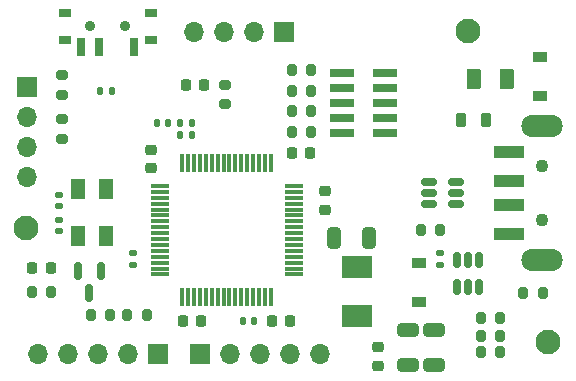
<source format=gbr>
%TF.GenerationSoftware,KiCad,Pcbnew,(6.0.6)*%
%TF.CreationDate,2022-08-05T13:26:10+02:00*%
%TF.ProjectId,stm32_basic,73746d33-325f-4626-9173-69632e6b6963,rev?*%
%TF.SameCoordinates,Original*%
%TF.FileFunction,Soldermask,Top*%
%TF.FilePolarity,Negative*%
%FSLAX46Y46*%
G04 Gerber Fmt 4.6, Leading zero omitted, Abs format (unit mm)*
G04 Created by KiCad (PCBNEW (6.0.6)) date 2022-08-05 13:26:10*
%MOMM*%
%LPD*%
G01*
G04 APERTURE LIST*
G04 Aperture macros list*
%AMRoundRect*
0 Rectangle with rounded corners*
0 $1 Rounding radius*
0 $2 $3 $4 $5 $6 $7 $8 $9 X,Y pos of 4 corners*
0 Add a 4 corners polygon primitive as box body*
4,1,4,$2,$3,$4,$5,$6,$7,$8,$9,$2,$3,0*
0 Add four circle primitives for the rounded corners*
1,1,$1+$1,$2,$3*
1,1,$1+$1,$4,$5*
1,1,$1+$1,$6,$7*
1,1,$1+$1,$8,$9*
0 Add four rect primitives between the rounded corners*
20,1,$1+$1,$2,$3,$4,$5,0*
20,1,$1+$1,$4,$5,$6,$7,0*
20,1,$1+$1,$6,$7,$8,$9,0*
20,1,$1+$1,$8,$9,$2,$3,0*%
G04 Aperture macros list end*
%ADD10RoundRect,0.225000X0.225000X0.250000X-0.225000X0.250000X-0.225000X-0.250000X0.225000X-0.250000X0*%
%ADD11R,1.700000X1.700000*%
%ADD12O,1.700000X1.700000*%
%ADD13RoundRect,0.140000X0.140000X0.170000X-0.140000X0.170000X-0.140000X-0.170000X0.140000X-0.170000X0*%
%ADD14R,2.100000X0.750000*%
%ADD15RoundRect,0.140000X-0.140000X-0.170000X0.140000X-0.170000X0.140000X0.170000X-0.140000X0.170000X0*%
%ADD16C,1.100000*%
%ADD17R,2.500000X1.100000*%
%ADD18O,3.500000X1.900000*%
%ADD19RoundRect,0.225000X0.250000X-0.225000X0.250000X0.225000X-0.250000X0.225000X-0.250000X-0.225000X0*%
%ADD20RoundRect,0.140000X0.170000X-0.140000X0.170000X0.140000X-0.170000X0.140000X-0.170000X-0.140000X0*%
%ADD21RoundRect,0.150000X-0.150000X0.587500X-0.150000X-0.587500X0.150000X-0.587500X0.150000X0.587500X0*%
%ADD22R,1.200000X0.900000*%
%ADD23RoundRect,0.135000X-0.135000X-0.185000X0.135000X-0.185000X0.135000X0.185000X-0.135000X0.185000X0*%
%ADD24C,0.900000*%
%ADD25R,1.000000X0.800000*%
%ADD26R,0.700000X1.500000*%
%ADD27RoundRect,0.218750X-0.218750X-0.256250X0.218750X-0.256250X0.218750X0.256250X-0.218750X0.256250X0*%
%ADD28RoundRect,0.200000X-0.200000X-0.275000X0.200000X-0.275000X0.200000X0.275000X-0.200000X0.275000X0*%
%ADD29RoundRect,0.200000X0.200000X0.275000X-0.200000X0.275000X-0.200000X-0.275000X0.200000X-0.275000X0*%
%ADD30C,2.100000*%
%ADD31R,2.500000X1.900000*%
%ADD32RoundRect,0.200000X-0.275000X0.200000X-0.275000X-0.200000X0.275000X-0.200000X0.275000X0.200000X0*%
%ADD33RoundRect,0.250000X0.650000X-0.325000X0.650000X0.325000X-0.650000X0.325000X-0.650000X-0.325000X0*%
%ADD34RoundRect,0.200000X0.275000X-0.200000X0.275000X0.200000X-0.275000X0.200000X-0.275000X-0.200000X0*%
%ADD35RoundRect,0.147500X-0.147500X-0.172500X0.147500X-0.172500X0.147500X0.172500X-0.147500X0.172500X0*%
%ADD36RoundRect,0.225000X-0.250000X0.225000X-0.250000X-0.225000X0.250000X-0.225000X0.250000X0.225000X0*%
%ADD37R,1.200000X1.800000*%
%ADD38RoundRect,0.250000X-0.325000X-0.650000X0.325000X-0.650000X0.325000X0.650000X-0.325000X0.650000X0*%
%ADD39RoundRect,0.075000X-0.700000X-0.075000X0.700000X-0.075000X0.700000X0.075000X-0.700000X0.075000X0*%
%ADD40RoundRect,0.075000X-0.075000X-0.700000X0.075000X-0.700000X0.075000X0.700000X-0.075000X0.700000X0*%
%ADD41RoundRect,0.218750X0.218750X0.381250X-0.218750X0.381250X-0.218750X-0.381250X0.218750X-0.381250X0*%
%ADD42RoundRect,0.250000X-0.375000X-0.625000X0.375000X-0.625000X0.375000X0.625000X-0.375000X0.625000X0*%
%ADD43RoundRect,0.150000X0.150000X-0.512500X0.150000X0.512500X-0.150000X0.512500X-0.150000X-0.512500X0*%
%ADD44RoundRect,0.218750X0.218750X0.256250X-0.218750X0.256250X-0.218750X-0.256250X0.218750X-0.256250X0*%
%ADD45RoundRect,0.140000X-0.170000X0.140000X-0.170000X-0.140000X0.170000X-0.140000X0.170000X0.140000X0*%
%ADD46RoundRect,0.150000X0.512500X0.150000X-0.512500X0.150000X-0.512500X-0.150000X0.512500X-0.150000X0*%
G04 APERTURE END LIST*
D10*
%TO.C,C9*%
X146500000Y-114050000D03*
X144950000Y-114050000D03*
%TD*%
D11*
%TO.C,J3*%
X131750000Y-94220000D03*
D12*
X131750000Y-96760000D03*
X131750000Y-99300000D03*
X131750000Y-101840000D03*
%TD*%
D13*
%TO.C,C13*%
X150980000Y-114050000D03*
X150020000Y-114050000D03*
%TD*%
D14*
%TO.C,J2*%
X162050000Y-93010000D03*
X158450000Y-93010000D03*
X162050000Y-94280000D03*
X158450000Y-94280000D03*
X162050000Y-95550000D03*
X158450000Y-95550000D03*
X162050000Y-96820000D03*
X158450000Y-96820000D03*
X162050000Y-98090000D03*
X158450000Y-98090000D03*
%TD*%
D15*
%TO.C,C7*%
X144770000Y-98300000D03*
X145730000Y-98300000D03*
%TD*%
D16*
%TO.C,J1*%
X175350000Y-105500000D03*
X175350000Y-100900000D03*
D17*
X172600000Y-99700000D03*
X172600000Y-102200000D03*
X172600000Y-104200000D03*
X172600000Y-106700000D03*
D18*
X175350000Y-108900000D03*
X175350000Y-97500000D03*
%TD*%
D19*
%TO.C,C11*%
X142250000Y-101075000D03*
X142250000Y-99525000D03*
%TD*%
D20*
%TO.C,C14*%
X140750000Y-109280000D03*
X140750000Y-108320000D03*
%TD*%
D21*
%TO.C,Q1*%
X138000000Y-109800000D03*
X136100000Y-109800000D03*
X137050000Y-111675000D03*
%TD*%
D22*
%TO.C,D1*%
X175250000Y-91650000D03*
X175250000Y-94950000D03*
%TD*%
D10*
%TO.C,C10*%
X154050000Y-114050000D03*
X152500000Y-114050000D03*
%TD*%
D23*
%TO.C,R20*%
X137980000Y-94550000D03*
X139000000Y-94550000D03*
%TD*%
D24*
%TO.C,SW1*%
X140100000Y-89100000D03*
D25*
X142250000Y-88000000D03*
D24*
X137100000Y-89100000D03*
D25*
X134950000Y-90210000D03*
X134950000Y-88000000D03*
X142250000Y-90210000D03*
D26*
X140850000Y-90860000D03*
X137850000Y-90860000D03*
X136350000Y-90860000D03*
%TD*%
D27*
%TO.C,D4*%
X132212500Y-109550000D03*
X133787500Y-109550000D03*
%TD*%
D28*
%TO.C,R1*%
X170175000Y-113800000D03*
X171825000Y-113800000D03*
%TD*%
D29*
%TO.C,R3*%
X171825000Y-115300000D03*
X170175000Y-115300000D03*
%TD*%
D10*
%TO.C,C5*%
X155775000Y-99800000D03*
X154225000Y-99800000D03*
%TD*%
D29*
%TO.C,TH1*%
X141900000Y-113550000D03*
X140250000Y-113550000D03*
%TD*%
D30*
%TO.C,REF\u002A\u002A*%
X131700000Y-106200000D03*
%TD*%
D20*
%TO.C,C1*%
X166700000Y-109280000D03*
X166700000Y-108320000D03*
%TD*%
D15*
%TO.C,C6*%
X144770000Y-97300000D03*
X145730000Y-97300000D03*
%TD*%
D30*
%TO.C,REF\u002A\u002A*%
X169100000Y-89500000D03*
%TD*%
D29*
%TO.C,R21*%
X138825000Y-113550000D03*
X137175000Y-113550000D03*
%TD*%
D28*
%TO.C,R9*%
X154175000Y-96300000D03*
X155825000Y-96300000D03*
%TD*%
D31*
%TO.C,L1*%
X159750000Y-109500000D03*
X159750000Y-113600000D03*
%TD*%
D32*
%TO.C,R6*%
X148500000Y-94050000D03*
X148500000Y-95700000D03*
%TD*%
D33*
%TO.C,C3*%
X166250000Y-117775000D03*
X166250000Y-114825000D03*
%TD*%
D20*
%TO.C,C15*%
X134500000Y-104300000D03*
X134500000Y-103340000D03*
%TD*%
D34*
%TO.C,R14*%
X134750000Y-98625000D03*
X134750000Y-96975000D03*
%TD*%
D35*
%TO.C,L2*%
X142765000Y-97300000D03*
X143735000Y-97300000D03*
%TD*%
D11*
%TO.C,J6*%
X142825000Y-116800000D03*
D12*
X140285000Y-116800000D03*
X137745000Y-116800000D03*
X135205000Y-116800000D03*
X132665000Y-116800000D03*
%TD*%
D30*
%TO.C,REF\u002A\u002A*%
X175900000Y-115800000D03*
%TD*%
D36*
%TO.C,C12*%
X157000000Y-103050000D03*
X157000000Y-104600000D03*
%TD*%
D37*
%TO.C,Y1*%
X136100000Y-102850000D03*
X136100000Y-106850000D03*
X138500000Y-106850000D03*
X138500000Y-102850000D03*
%TD*%
D28*
%TO.C,R5*%
X170175000Y-116700000D03*
X171825000Y-116700000D03*
%TD*%
D38*
%TO.C,C2*%
X157775000Y-107050000D03*
X160725000Y-107050000D03*
%TD*%
D39*
%TO.C,U3*%
X142993199Y-102600000D03*
X142993199Y-103100000D03*
X142993199Y-103600000D03*
X142993199Y-104100000D03*
X142993199Y-104600000D03*
X142993199Y-105100000D03*
X142993199Y-105600000D03*
X142993199Y-106100000D03*
X142993199Y-106600000D03*
X142993199Y-107100000D03*
X142993199Y-107600000D03*
X142993199Y-108100000D03*
X142993199Y-108600000D03*
X142993199Y-109100000D03*
X142993199Y-109600000D03*
X142993199Y-110100000D03*
D40*
X144918199Y-112025000D03*
X145418199Y-112025000D03*
X145918199Y-112025000D03*
X146418199Y-112025000D03*
X146918199Y-112025000D03*
X147418199Y-112025000D03*
X147918199Y-112025000D03*
X148418199Y-112025000D03*
X148918199Y-112025000D03*
X149418199Y-112025000D03*
X149918199Y-112025000D03*
X150418199Y-112025000D03*
X150918199Y-112025000D03*
X151418199Y-112025000D03*
X151918199Y-112025000D03*
X152418199Y-112025000D03*
D39*
X154343199Y-110100000D03*
X154343199Y-109600000D03*
X154343199Y-109100000D03*
X154343199Y-108600000D03*
X154343199Y-108100000D03*
X154343199Y-107600000D03*
X154343199Y-107100000D03*
X154343199Y-106600000D03*
X154343199Y-106100000D03*
X154343199Y-105600000D03*
X154343199Y-105100000D03*
X154343199Y-104600000D03*
X154343199Y-104100000D03*
X154343199Y-103600000D03*
X154343199Y-103100000D03*
X154343199Y-102600000D03*
D40*
X152418199Y-100675000D03*
X151918199Y-100675000D03*
X151418199Y-100675000D03*
X150918199Y-100675000D03*
X150418199Y-100675000D03*
X149918199Y-100675000D03*
X149418199Y-100675000D03*
X148918199Y-100675000D03*
X148418199Y-100675000D03*
X147918199Y-100675000D03*
X147418199Y-100675000D03*
X146918199Y-100675000D03*
X146418199Y-100675000D03*
X145918199Y-100675000D03*
X145418199Y-100675000D03*
X144918199Y-100675000D03*
%TD*%
D28*
%TO.C,R22*%
X132175000Y-111550000D03*
X133825000Y-111550000D03*
%TD*%
D11*
%TO.C,J5*%
X146425000Y-116800000D03*
D12*
X148965000Y-116800000D03*
X151505000Y-116800000D03*
X154045000Y-116800000D03*
X156585000Y-116800000D03*
%TD*%
D29*
%TO.C,R2*%
X166750000Y-106300000D03*
X165100000Y-106300000D03*
%TD*%
D41*
%TO.C,FB1*%
X170625000Y-97050000D03*
X168500000Y-97050000D03*
%TD*%
D28*
%TO.C,R10*%
X154175000Y-98050000D03*
X155825000Y-98050000D03*
%TD*%
%TO.C,R7*%
X154175000Y-92800000D03*
X155825000Y-92800000D03*
%TD*%
D42*
%TO.C,F1*%
X169600000Y-93550000D03*
X172400000Y-93550000D03*
%TD*%
D32*
%TO.C,R15*%
X134750000Y-93225000D03*
X134750000Y-94875000D03*
%TD*%
D36*
%TO.C,C8*%
X161500000Y-116275000D03*
X161500000Y-117825000D03*
%TD*%
D22*
%TO.C,D3*%
X165000000Y-109125000D03*
X165000000Y-112425000D03*
%TD*%
D28*
%TO.C,R12*%
X173775000Y-111700000D03*
X175425000Y-111700000D03*
%TD*%
D43*
%TO.C,U1*%
X168150000Y-111137500D03*
X169100000Y-111137500D03*
X170050000Y-111137500D03*
X170050000Y-108862500D03*
X169100000Y-108862500D03*
X168150000Y-108862500D03*
%TD*%
D44*
%TO.C,D2*%
X146787500Y-94050000D03*
X145212500Y-94050000D03*
%TD*%
D28*
%TO.C,R8*%
X154175000Y-94550000D03*
X155825000Y-94550000D03*
%TD*%
D33*
%TO.C,C4*%
X164000000Y-117775000D03*
X164000000Y-114825000D03*
%TD*%
D45*
%TO.C,C16*%
X134500000Y-105500000D03*
X134500000Y-106460000D03*
%TD*%
D46*
%TO.C,U2*%
X168100000Y-104150000D03*
X168100000Y-103200000D03*
X168100000Y-102250000D03*
X165825000Y-102250000D03*
X165825000Y-103200000D03*
X165825000Y-104150000D03*
%TD*%
D11*
%TO.C,J4*%
X153550000Y-89550000D03*
D12*
X151010000Y-89550000D03*
X148470000Y-89550000D03*
X145930000Y-89550000D03*
%TD*%
M02*

</source>
